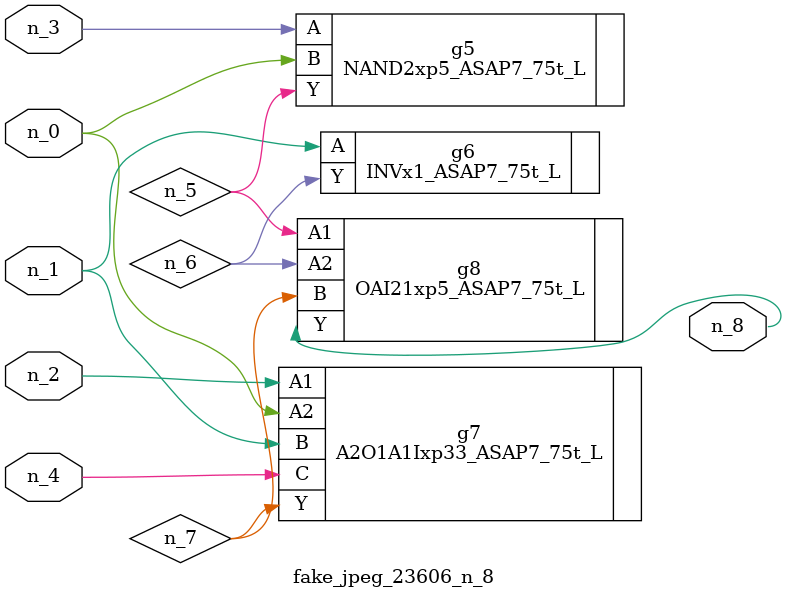
<source format=v>
module fake_jpeg_23606_n_8 (n_3, n_2, n_1, n_0, n_4, n_8);

input n_3;
input n_2;
input n_1;
input n_0;
input n_4;

output n_8;

wire n_6;
wire n_5;
wire n_7;

NAND2xp5_ASAP7_75t_L g5 ( 
.A(n_3),
.B(n_0),
.Y(n_5)
);

INVx1_ASAP7_75t_L g6 ( 
.A(n_1),
.Y(n_6)
);

A2O1A1Ixp33_ASAP7_75t_L g7 ( 
.A1(n_2),
.A2(n_0),
.B(n_1),
.C(n_4),
.Y(n_7)
);

OAI21xp5_ASAP7_75t_L g8 ( 
.A1(n_5),
.A2(n_6),
.B(n_7),
.Y(n_8)
);


endmodule
</source>
